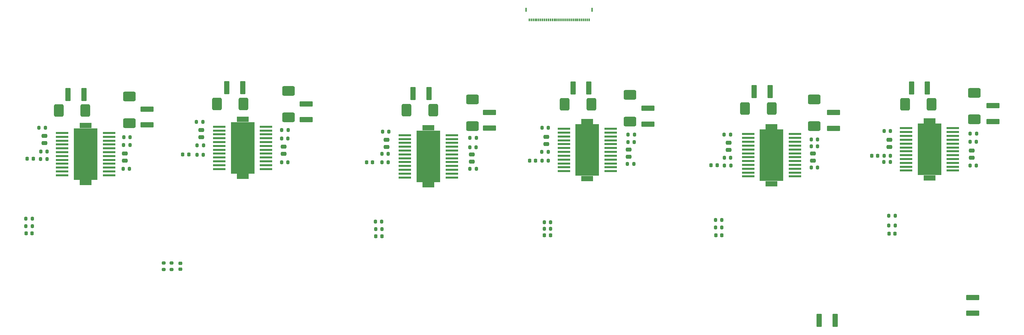
<source format=gbr>
%TF.GenerationSoftware,KiCad,Pcbnew,8.0.5*%
%TF.CreationDate,2024-11-15T20:54:05-05:00*%
%TF.ProjectId,amp_board_final,616d705f-626f-4617-9264-5f66696e616c,rev?*%
%TF.SameCoordinates,Original*%
%TF.FileFunction,Paste,Top*%
%TF.FilePolarity,Positive*%
%FSLAX46Y46*%
G04 Gerber Fmt 4.6, Leading zero omitted, Abs format (unit mm)*
G04 Created by KiCad (PCBNEW 8.0.5) date 2024-11-15 20:54:05*
%MOMM*%
%LPD*%
G01*
G04 APERTURE LIST*
G04 Aperture macros list*
%AMRoundRect*
0 Rectangle with rounded corners*
0 $1 Rounding radius*
0 $2 $3 $4 $5 $6 $7 $8 $9 X,Y pos of 4 corners*
0 Add a 4 corners polygon primitive as box body*
4,1,4,$2,$3,$4,$5,$6,$7,$8,$9,$2,$3,0*
0 Add four circle primitives for the rounded corners*
1,1,$1+$1,$2,$3*
1,1,$1+$1,$4,$5*
1,1,$1+$1,$6,$7*
1,1,$1+$1,$8,$9*
0 Add four rect primitives between the rounded corners*
20,1,$1+$1,$2,$3,$4,$5,0*
20,1,$1+$1,$4,$5,$6,$7,0*
20,1,$1+$1,$6,$7,$8,$9,0*
20,1,$1+$1,$8,$9,$2,$3,0*%
G04 Aperture macros list end*
%ADD10RoundRect,0.250000X-0.475000X0.250000X-0.475000X-0.250000X0.475000X-0.250000X0.475000X0.250000X0*%
%ADD11RoundRect,0.249999X-1.450001X0.450001X-1.450001X-0.450001X1.450001X-0.450001X1.450001X0.450001X0*%
%ADD12RoundRect,0.200000X-0.200000X-0.275000X0.200000X-0.275000X0.200000X0.275000X-0.200000X0.275000X0*%
%ADD13RoundRect,0.462963X-1.187037X0.787037X-1.187037X-0.787037X1.187037X-0.787037X1.187037X0.787037X0*%
%ADD14RoundRect,0.200000X0.200000X0.275000X-0.200000X0.275000X-0.200000X-0.275000X0.200000X-0.275000X0*%
%ADD15RoundRect,0.225000X-0.225000X-0.250000X0.225000X-0.250000X0.225000X0.250000X-0.225000X0.250000X0*%
%ADD16RoundRect,0.249999X-0.450001X-1.450001X0.450001X-1.450001X0.450001X1.450001X-0.450001X1.450001X0*%
%ADD17RoundRect,0.462963X-0.787037X-1.187037X0.787037X-1.187037X0.787037X1.187037X-0.787037X1.187037X0*%
%ADD18R,3.180000X0.560000*%
%ADD19R,6.130000X13.340000*%
%ADD20R,3.070000X1.470000*%
%ADD21RoundRect,0.250000X0.475000X-0.250000X0.475000X0.250000X-0.475000X0.250000X-0.475000X-0.250000X0*%
%ADD22RoundRect,0.225000X-0.250000X0.225000X-0.250000X-0.225000X0.250000X-0.225000X0.250000X0.225000X0*%
%ADD23RoundRect,0.225000X0.225000X0.250000X-0.225000X0.250000X-0.225000X-0.250000X0.225000X-0.250000X0*%
%ADD24RoundRect,0.200000X0.275000X-0.200000X0.275000X0.200000X-0.275000X0.200000X-0.275000X-0.200000X0*%
%ADD25RoundRect,0.200000X-0.275000X0.200000X-0.275000X-0.200000X0.275000X-0.200000X0.275000X0.200000X0*%
%ADD26RoundRect,0.249999X1.450001X-0.450001X1.450001X0.450001X-1.450001X0.450001X-1.450001X-0.450001X0*%
%ADD27R,0.300000X0.700000*%
%ADD28R,0.300000X1.000000*%
G04 APERTURE END LIST*
D10*
%TO.C,C35*%
X207264000Y-56454000D03*
X207264000Y-58354000D03*
%TD*%
D11*
%TO.C,C49*%
X234391200Y-48648400D03*
X234391200Y-52748400D03*
%TD*%
D12*
%TO.C,R43*%
X115710200Y-77012800D03*
X117360200Y-77012800D03*
%TD*%
%TO.C,R23*%
X91427800Y-53194157D03*
X93077800Y-53194157D03*
%TD*%
D13*
%TO.C,U17*%
X229443400Y-45233900D03*
X229443400Y-52133900D03*
%TD*%
D11*
%TO.C,C43*%
X186283600Y-47530800D03*
X186283600Y-51630800D03*
%TD*%
D14*
%TO.C,R36*%
X230263200Y-57454800D03*
X228613200Y-57454800D03*
%TD*%
D12*
%TO.C,R26*%
X228638600Y-62915800D03*
X230288600Y-62915800D03*
%TD*%
D10*
%TO.C,C11*%
X118618000Y-55692000D03*
X118618000Y-57592000D03*
%TD*%
D15*
%TO.C,C15*%
X25196000Y-80010000D03*
X26746000Y-80010000D03*
%TD*%
D14*
%TO.C,R17*%
X71132200Y-59594957D03*
X69482200Y-59594957D03*
%TD*%
%TO.C,R5*%
X160527072Y-61137291D03*
X158877072Y-61137291D03*
%TD*%
D16*
%TO.C,C33*%
X213850000Y-43180000D03*
X217950000Y-43180000D03*
%TD*%
D14*
%TO.C,R29*%
X249160800Y-59842400D03*
X247510800Y-59842400D03*
%TD*%
D17*
%TO.C,U10*%
X74634000Y-46407157D03*
X81534000Y-46407157D03*
%TD*%
D14*
%TO.C,R37*%
X271436600Y-56261000D03*
X269786600Y-56261000D03*
%TD*%
D16*
%TO.C,C9*%
X125458000Y-43712891D03*
X129558000Y-43712891D03*
%TD*%
D12*
%TO.C,R30*%
X206108800Y-60375800D03*
X207758800Y-60375800D03*
%TD*%
D18*
%TO.C,U8*%
X46689600Y-64942557D03*
X46689600Y-63942557D03*
X46689600Y-62942557D03*
X46689600Y-61942557D03*
X46689600Y-60942557D03*
X46689600Y-59942557D03*
X46689600Y-58942557D03*
X46689600Y-57942557D03*
X46689600Y-56942557D03*
X46689600Y-55942557D03*
X46689600Y-54942557D03*
X46689600Y-53942557D03*
X34539600Y-53942557D03*
X34539600Y-54942557D03*
X34539600Y-55942557D03*
X34539600Y-56942557D03*
X34539600Y-57942557D03*
X34539600Y-58942557D03*
X34539600Y-59942557D03*
X34539600Y-60942557D03*
X34539600Y-61942557D03*
X34539600Y-62942557D03*
X34539600Y-63942557D03*
X34539600Y-64942557D03*
D19*
X40614600Y-59442557D03*
D20*
X40614600Y-66847557D03*
X40614600Y-52037557D03*
%TD*%
D14*
%TO.C,R20*%
X30187400Y-52578000D03*
X28537400Y-52578000D03*
%TD*%
D21*
%TO.C,C19*%
X50800000Y-61148000D03*
X50800000Y-59248000D03*
%TD*%
D12*
%TO.C,R7*%
X158826272Y-58851291D03*
X160476272Y-58851291D03*
%TD*%
D10*
%TO.C,C24*%
X70612000Y-53152000D03*
X70612000Y-55052000D03*
%TD*%
D21*
%TO.C,C20*%
X91948000Y-59370000D03*
X91948000Y-57470000D03*
%TD*%
D15*
%TO.C,C17*%
X25488600Y-60636357D03*
X27038600Y-60636357D03*
%TD*%
D12*
%TO.C,R34*%
X228613200Y-55600600D03*
X230263200Y-55600600D03*
%TD*%
D17*
%TO.C,U7*%
X33626100Y-48134357D03*
X40526100Y-48134357D03*
%TD*%
D14*
%TO.C,R39*%
X26796000Y-76200000D03*
X25146000Y-76200000D03*
%TD*%
%TO.C,R16*%
X30593800Y-60712557D03*
X28943800Y-60712557D03*
%TD*%
D15*
%TO.C,C28*%
X248805400Y-80111600D03*
X250355400Y-80111600D03*
%TD*%
D11*
%TO.C,C47*%
X56515000Y-47734000D03*
X56515000Y-51834000D03*
%TD*%
D12*
%TO.C,R2*%
X140208072Y-63296291D03*
X141858072Y-63296291D03*
%TD*%
D22*
%TO.C,C16*%
X65176400Y-87820200D03*
X65176400Y-89370200D03*
%TD*%
D14*
%TO.C,R24*%
X52133000Y-55048357D03*
X50483000Y-55048357D03*
%TD*%
D10*
%TO.C,C36*%
X248920000Y-55692000D03*
X248920000Y-57592000D03*
%TD*%
D21*
%TO.C,C32*%
X270256000Y-60386000D03*
X270256000Y-58486000D03*
%TD*%
D18*
%TO.C,U3*%
X176687909Y-63868182D03*
X176687909Y-62868182D03*
X176687909Y-61868182D03*
X176687909Y-60868182D03*
X176687909Y-59868182D03*
X176687909Y-58868182D03*
X176687909Y-57868182D03*
X176687909Y-56868182D03*
X176687909Y-55868182D03*
X176687909Y-54868182D03*
X176687909Y-53868182D03*
X176687909Y-52868182D03*
X164537909Y-52868182D03*
X164537909Y-53868182D03*
X164537909Y-54868182D03*
X164537909Y-55868182D03*
X164537909Y-56868182D03*
X164537909Y-57868182D03*
X164537909Y-58868182D03*
X164537909Y-59868182D03*
X164537909Y-60868182D03*
X164537909Y-61868182D03*
X164537909Y-62868182D03*
X164537909Y-63868182D03*
D19*
X170612909Y-58368182D03*
D20*
X170612909Y-65773182D03*
X170612909Y-50963182D03*
%TD*%
D16*
%TO.C,C21*%
X36050000Y-43942000D03*
X40150000Y-43942000D03*
%TD*%
D17*
%TO.C,U13*%
X211494900Y-47594400D03*
X218394900Y-47594400D03*
%TD*%
D18*
%TO.C,U9*%
X87380400Y-63316957D03*
X87380400Y-62316957D03*
X87380400Y-61316957D03*
X87380400Y-60316957D03*
X87380400Y-59316957D03*
X87380400Y-58316957D03*
X87380400Y-57316957D03*
X87380400Y-56316957D03*
X87380400Y-55316957D03*
X87380400Y-54316957D03*
X87380400Y-53316957D03*
X87380400Y-52316957D03*
X75230400Y-52316957D03*
X75230400Y-53316957D03*
X75230400Y-54316957D03*
X75230400Y-55316957D03*
X75230400Y-56316957D03*
X75230400Y-57316957D03*
X75230400Y-58316957D03*
X75230400Y-59316957D03*
X75230400Y-60316957D03*
X75230400Y-61316957D03*
X75230400Y-62316957D03*
X75230400Y-63316957D03*
D19*
X81305400Y-57816957D03*
D20*
X81305400Y-65221957D03*
X81305400Y-50411957D03*
%TD*%
D15*
%TO.C,C29*%
X202679000Y-62331600D03*
X204229000Y-62331600D03*
%TD*%
D18*
%TO.C,U14*%
X224438800Y-65240800D03*
X224438800Y-64240800D03*
X224438800Y-63240800D03*
X224438800Y-62240800D03*
X224438800Y-61240800D03*
X224438800Y-60240800D03*
X224438800Y-59240800D03*
X224438800Y-58240800D03*
X224438800Y-57240800D03*
X224438800Y-56240800D03*
X224438800Y-55240800D03*
X224438800Y-54240800D03*
X212288800Y-54240800D03*
X212288800Y-55240800D03*
X212288800Y-56240800D03*
X212288800Y-57240800D03*
X212288800Y-58240800D03*
X212288800Y-59240800D03*
X212288800Y-60240800D03*
X212288800Y-61240800D03*
X212288800Y-62240800D03*
X212288800Y-63240800D03*
X212288800Y-64240800D03*
X212288800Y-65240800D03*
D19*
X218363800Y-59740800D03*
D20*
X218363800Y-67145800D03*
X218363800Y-52335800D03*
%TD*%
D14*
%TO.C,R12*%
X141807272Y-57632091D03*
X140157272Y-57632091D03*
%TD*%
%TO.C,R4*%
X119023472Y-61543691D03*
X117373472Y-61543691D03*
%TD*%
D21*
%TO.C,C31*%
X229108000Y-61173400D03*
X229108000Y-59273400D03*
%TD*%
D12*
%TO.C,R3*%
X181025872Y-61950091D03*
X182675872Y-61950091D03*
%TD*%
D15*
%TO.C,C6*%
X155638200Y-61112400D03*
X157188200Y-61112400D03*
%TD*%
D12*
%TO.C,R38*%
X25146000Y-78130400D03*
X26796000Y-78130400D03*
%TD*%
D18*
%TO.C,U15*%
X265358200Y-63716800D03*
X265358200Y-62716800D03*
X265358200Y-61716800D03*
X265358200Y-60716800D03*
X265358200Y-59716800D03*
X265358200Y-58716800D03*
X265358200Y-57716800D03*
X265358200Y-56716800D03*
X265358200Y-55716800D03*
X265358200Y-54716800D03*
X265358200Y-53716800D03*
X265358200Y-52716800D03*
X253208200Y-52716800D03*
X253208200Y-53716800D03*
X253208200Y-54716800D03*
X253208200Y-55716800D03*
X253208200Y-56716800D03*
X253208200Y-57716800D03*
X253208200Y-58716800D03*
X253208200Y-59716800D03*
X253208200Y-60716800D03*
X253208200Y-61716800D03*
X253208200Y-62716800D03*
X253208200Y-63716800D03*
D19*
X259283200Y-58216800D03*
D20*
X259283200Y-65621800D03*
X259283200Y-50811800D03*
%TD*%
D15*
%TO.C,C30*%
X244284200Y-59842400D03*
X245834200Y-59842400D03*
%TD*%
D14*
%TO.C,R13*%
X182802872Y-56311291D03*
X181152872Y-56311291D03*
%TD*%
D11*
%TO.C,C45*%
X97790000Y-46387800D03*
X97790000Y-50487800D03*
%TD*%
D12*
%TO.C,R18*%
X28994600Y-58782157D03*
X30644600Y-58782157D03*
%TD*%
D14*
%TO.C,R33*%
X249186200Y-53416200D03*
X247536200Y-53416200D03*
%TD*%
D16*
%TO.C,C1*%
X230715600Y-102666800D03*
X234815600Y-102666800D03*
%TD*%
D14*
%TO.C,R49*%
X250405400Y-75488800D03*
X248755400Y-75488800D03*
%TD*%
D23*
%TO.C,C3*%
X117361000Y-80822800D03*
X115811000Y-80822800D03*
%TD*%
D24*
%TO.C,R41*%
X60807600Y-89420200D03*
X60807600Y-87770200D03*
%TD*%
D13*
%TO.C,U5*%
X140848200Y-45233900D03*
X140848200Y-52133900D03*
%TD*%
D17*
%TO.C,U16*%
X252929700Y-46527600D03*
X259829700Y-46527600D03*
%TD*%
D25*
%TO.C,R40*%
X62890400Y-87770200D03*
X62890400Y-89420200D03*
%TD*%
D14*
%TO.C,R9*%
X160527072Y-52578000D03*
X158877072Y-52578000D03*
%TD*%
D23*
%TO.C,C4*%
X161049000Y-80568800D03*
X159499000Y-80568800D03*
%TD*%
D14*
%TO.C,R21*%
X70979800Y-51054000D03*
X69329800Y-51054000D03*
%TD*%
D26*
%TO.C,C39*%
X270459200Y-100805200D03*
X270459200Y-96705200D03*
%TD*%
D12*
%TO.C,R14*%
X50330600Y-63277957D03*
X51980600Y-63277957D03*
%TD*%
D16*
%TO.C,C13*%
X166908835Y-42240200D03*
X171008835Y-42240200D03*
%TD*%
D15*
%TO.C,C5*%
X113384872Y-61543691D03*
X114934872Y-61543691D03*
%TD*%
D21*
%TO.C,C7*%
X140716000Y-61402000D03*
X140716000Y-59502000D03*
%TD*%
D17*
%TO.C,U1*%
X123782972Y-48051091D03*
X130682972Y-48051091D03*
%TD*%
D14*
%TO.C,R32*%
X207733400Y-54381400D03*
X206083400Y-54381400D03*
%TD*%
D12*
%TO.C,R31*%
X247485400Y-61518800D03*
X249135400Y-61518800D03*
%TD*%
D21*
%TO.C,C8*%
X181356000Y-60132000D03*
X181356000Y-58232000D03*
%TD*%
D12*
%TO.C,R22*%
X50457600Y-57105757D03*
X52107600Y-57105757D03*
%TD*%
D16*
%TO.C,C25*%
X77198000Y-42164000D03*
X81298000Y-42164000D03*
%TD*%
D13*
%TO.C,U18*%
X270896200Y-43506700D03*
X270896200Y-50406700D03*
%TD*%
D12*
%TO.C,R48*%
X248755400Y-77978000D03*
X250405400Y-77978000D03*
%TD*%
D14*
%TO.C,R44*%
X161099000Y-78841600D03*
X159449000Y-78841600D03*
%TD*%
D12*
%TO.C,R35*%
X269812000Y-54102000D03*
X271462000Y-54102000D03*
%TD*%
D16*
%TO.C,C37*%
X254642400Y-42240200D03*
X258742400Y-42240200D03*
%TD*%
D14*
%TO.C,R28*%
X207809600Y-62382400D03*
X206159600Y-62382400D03*
%TD*%
D13*
%TO.C,U12*%
X51922800Y-44471900D03*
X51922800Y-51371900D03*
%TD*%
D10*
%TO.C,C23*%
X29972000Y-54676000D03*
X29972000Y-56576000D03*
%TD*%
D17*
%TO.C,U4*%
X164764335Y-46527600D03*
X171664335Y-46527600D03*
%TD*%
D12*
%TO.C,R27*%
X269787800Y-62388200D03*
X271437800Y-62388200D03*
%TD*%
%TO.C,R15*%
X91377000Y-61601557D03*
X93027000Y-61601557D03*
%TD*%
%TO.C,R46*%
X203848200Y-78486000D03*
X205498200Y-78486000D03*
%TD*%
D15*
%TO.C,C18*%
X65773000Y-59518757D03*
X67323000Y-59518757D03*
%TD*%
D27*
%TO.C,J22*%
X171072000Y-24572200D03*
X170572000Y-24572200D03*
X170072000Y-24572200D03*
X169572000Y-24572200D03*
X169072000Y-24572200D03*
X168572000Y-24572200D03*
X168072000Y-24572200D03*
X167572000Y-24572200D03*
X167072000Y-24572200D03*
X166572000Y-24572200D03*
X166072000Y-24572200D03*
X165572000Y-24572200D03*
X165072000Y-24572200D03*
X164572000Y-24572200D03*
X164072000Y-24572200D03*
X163572000Y-24572200D03*
X163072000Y-24572200D03*
X162572000Y-24572200D03*
X162072000Y-24572200D03*
X161572000Y-24572200D03*
X161072000Y-24572200D03*
X160572000Y-24572200D03*
X160072000Y-24572200D03*
X159572000Y-24572200D03*
X159072000Y-24572200D03*
X158572000Y-24572200D03*
X158072000Y-24572200D03*
X157572000Y-24572200D03*
X157072000Y-24572200D03*
X156572000Y-24572200D03*
X156072000Y-24572200D03*
X155572000Y-24572200D03*
D28*
X171862000Y-21922200D03*
X154782000Y-21922200D03*
%TD*%
D14*
%TO.C,R8*%
X119189000Y-53594000D03*
X117539000Y-53594000D03*
%TD*%
D18*
%TO.C,U2*%
X135500272Y-65519691D03*
X135500272Y-64519691D03*
X135500272Y-63519691D03*
X135500272Y-62519691D03*
X135500272Y-61519691D03*
X135500272Y-60519691D03*
X135500272Y-59519691D03*
X135500272Y-58519691D03*
X135500272Y-57519691D03*
X135500272Y-56519691D03*
X135500272Y-55519691D03*
X135500272Y-54519691D03*
X123350272Y-54519691D03*
X123350272Y-55519691D03*
X123350272Y-56519691D03*
X123350272Y-57519691D03*
X123350272Y-58519691D03*
X123350272Y-59519691D03*
X123350272Y-60519691D03*
X123350272Y-61519691D03*
X123350272Y-62519691D03*
X123350272Y-63519691D03*
X123350272Y-64519691D03*
X123350272Y-65519691D03*
D19*
X129425272Y-60019691D03*
D20*
X129425272Y-67424691D03*
X129425272Y-52614691D03*
%TD*%
D12*
%TO.C,R6*%
X117398872Y-59384691D03*
X119048872Y-59384691D03*
%TD*%
D13*
%TO.C,U11*%
X93147000Y-43024100D03*
X93147000Y-49924100D03*
%TD*%
D15*
%TO.C,C27*%
X203898200Y-80518000D03*
X205448200Y-80518000D03*
%TD*%
D14*
%TO.C,R25*%
X93052400Y-55429357D03*
X91402400Y-55429357D03*
%TD*%
D11*
%TO.C,C51*%
X275742400Y-46870400D03*
X275742400Y-50970400D03*
%TD*%
%TO.C,C41*%
X145288000Y-48597600D03*
X145288000Y-52697600D03*
%TD*%
D10*
%TO.C,C12*%
X160020000Y-54930000D03*
X160020000Y-56830000D03*
%TD*%
D12*
%TO.C,R45*%
X159449000Y-77114400D03*
X161099000Y-77114400D03*
%TD*%
D14*
%TO.C,R42*%
X117411000Y-78943200D03*
X115761000Y-78943200D03*
%TD*%
%TO.C,R47*%
X205498200Y-76555600D03*
X203848200Y-76555600D03*
%TD*%
D12*
%TO.C,R10*%
X140182672Y-55193691D03*
X141832672Y-55193691D03*
%TD*%
D13*
%TO.C,U6*%
X181691400Y-44065500D03*
X181691400Y-50965500D03*
%TD*%
D12*
%TO.C,R11*%
X181178272Y-54355491D03*
X182828272Y-54355491D03*
%TD*%
%TO.C,R19*%
X69507600Y-57150000D03*
X71157600Y-57150000D03*
%TD*%
M02*

</source>
